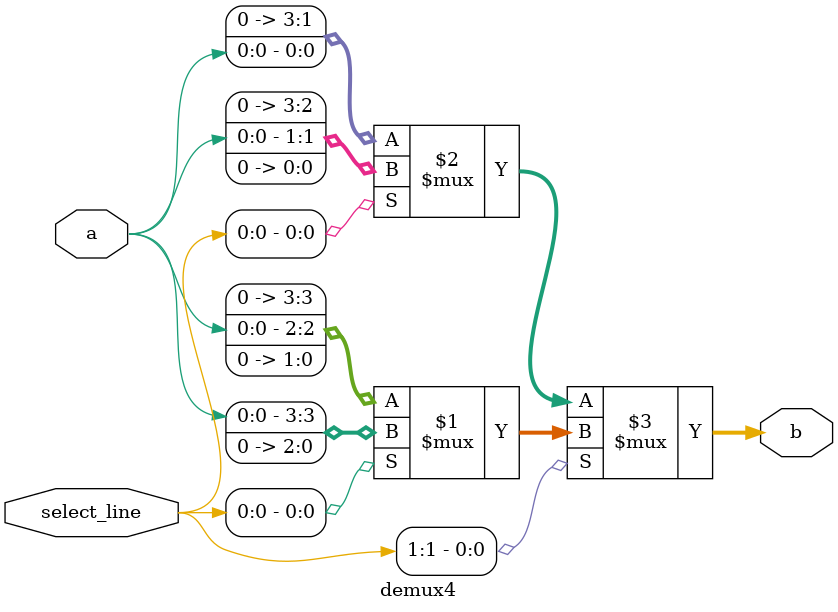
<source format=v>

module demux4(
input a,
input [1:0]select_line, 
output [3:0]b);

	// conditional statement for 3 statements

	assign b = select_line[1] ? (select_line[0] ? {a, 3'b000} : {1'b0, a, 2'b00}) :  (select_line[0] ? {2'b00, a, 1'b0} : {3'b000, a}) ; // By conditional operator

/*
wire s0,s1,s2,s3;
	 // assigning selection line combinations

	assign s0 = ~select_line[1] & ~select_line[0];
	assign s1 = ~select_line[1] &  select_line[0];
	assign s2 = select_line[1] & ~select_line[0];
	assign s3 = select_line[1] & select_line[0];

	assign b[3] = (s0 & a); // Boolean expression
	assign b[2] = (s1 & a); // Boolean expression
	assign b[1] = (s0 & a); // Boolean expression
	assign b[0] = (s1 & a); // Boolean expression
							*/ 

endmodule

</source>
